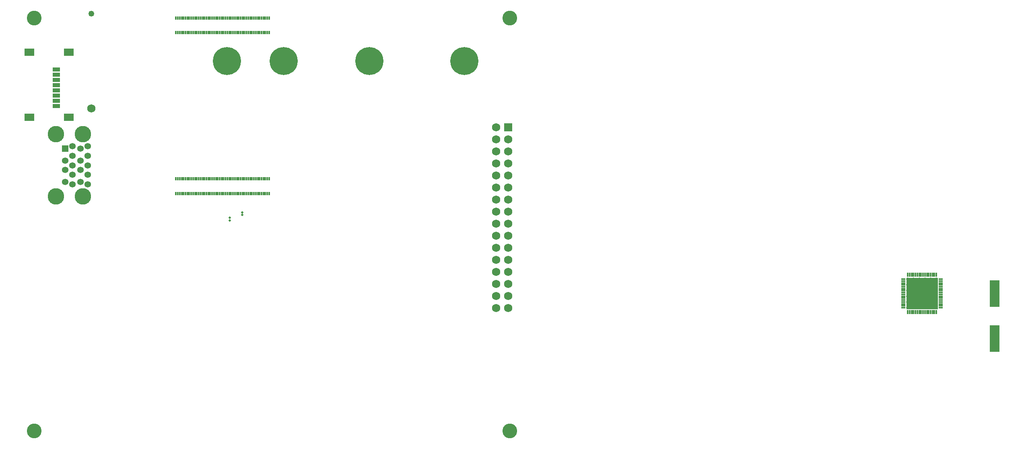
<source format=gts>
G04*
G04 #@! TF.GenerationSoftware,Altium Limited,Altium Designer,25.1.2 (22)*
G04*
G04 Layer_Color=8388736*
%FSLAX44Y44*%
%MOMM*%
G71*
G04*
G04 #@! TF.SameCoordinates,47DE64E8-2747-4DE2-8CAA-9D4F0D5BEAA4*
G04*
G04*
G04 #@! TF.FilePolarity,Negative*
G04*
G01*
G75*
%ADD22R,0.3000X0.8000*%
%ADD23R,2.1000X1.5500*%
%ADD24R,1.6000X0.9000*%
%ADD25R,6.6000X6.6000*%
G04:AMPARAMS|DCode=26|XSize=0.91mm|YSize=0.32mm|CornerRadius=0.0775mm|HoleSize=0mm|Usage=FLASHONLY|Rotation=0.000|XOffset=0mm|YOffset=0mm|HoleType=Round|Shape=RoundedRectangle|*
%AMROUNDEDRECTD26*
21,1,0.9100,0.1650,0,0,0.0*
21,1,0.7550,0.3200,0,0,0.0*
1,1,0.1550,0.3775,-0.0825*
1,1,0.1550,-0.3775,-0.0825*
1,1,0.1550,-0.3775,0.0825*
1,1,0.1550,0.3775,0.0825*
%
%ADD26ROUNDEDRECTD26*%
G04:AMPARAMS|DCode=27|XSize=0.32mm|YSize=0.91mm|CornerRadius=0.0775mm|HoleSize=0mm|Usage=FLASHONLY|Rotation=0.000|XOffset=0mm|YOffset=0mm|HoleType=Round|Shape=RoundedRectangle|*
%AMROUNDEDRECTD27*
21,1,0.3200,0.7550,0,0,0.0*
21,1,0.1650,0.9100,0,0,0.0*
1,1,0.1550,0.0825,-0.3775*
1,1,0.1550,-0.0825,-0.3775*
1,1,0.1550,-0.0825,0.3775*
1,1,0.1550,0.0825,0.3775*
%
%ADD27ROUNDEDRECTD27*%
%ADD28R,2.1000X5.6000*%
%ADD29C,3.4660*%
%ADD30C,1.3580*%
%ADD31C,1.7500*%
%ADD32C,1.2500*%
%ADD33C,5.9000*%
%ADD34C,0.6300*%
%ADD35R,1.7500X1.7500*%
%ADD36C,0.1000*%
%ADD37R,1.3580X1.3580*%
%ADD38C,3.1000*%
%ADD39C,0.5000*%
D22*
X352000Y890000D02*
D03*
X404000Y920800D02*
D03*
X416000D02*
D03*
X400000Y890000D02*
D03*
X416000D02*
D03*
X500000Y920800D02*
D03*
X440000D02*
D03*
X428000D02*
D03*
X480000D02*
D03*
X460000D02*
D03*
X520000D02*
D03*
X544000D02*
D03*
X532000D02*
D03*
X444000Y890000D02*
D03*
X428000D02*
D03*
X484000D02*
D03*
X464000D02*
D03*
X520000D02*
D03*
X504000D02*
D03*
X544000D02*
D03*
X532000D02*
D03*
X400000Y581600D02*
D03*
X412000D02*
D03*
X364000D02*
D03*
X352000D02*
D03*
X388000D02*
D03*
X376000D02*
D03*
X352000Y550800D02*
D03*
X376000D02*
D03*
X364000D02*
D03*
X388000D02*
D03*
X412000D02*
D03*
X400000D02*
D03*
X484000Y581600D02*
D03*
X496000D02*
D03*
X436000D02*
D03*
X424000D02*
D03*
X472000D02*
D03*
X532000D02*
D03*
X508000D02*
D03*
X520000Y550800D02*
D03*
Y581600D02*
D03*
X532000Y550800D02*
D03*
X472000D02*
D03*
X436000D02*
D03*
X424000D02*
D03*
X460000D02*
D03*
X448000D02*
D03*
X484000D02*
D03*
X508000D02*
D03*
X496000D02*
D03*
X536000D02*
D03*
X408000Y581600D02*
D03*
X404000D02*
D03*
X432000D02*
D03*
X428000D02*
D03*
X528000Y550800D02*
D03*
X524000D02*
D03*
X420000Y920800D02*
D03*
X416000Y581600D02*
D03*
X468000Y550800D02*
D03*
X488000D02*
D03*
X396000Y920800D02*
D03*
X424000D02*
D03*
X476000Y550800D02*
D03*
X392000Y920800D02*
D03*
X388000D02*
D03*
X384000D02*
D03*
X380000D02*
D03*
X376000D02*
D03*
X372000D02*
D03*
X408000D02*
D03*
X420000Y581600D02*
D03*
X544000Y550800D02*
D03*
X480000D02*
D03*
X504000D02*
D03*
X500000D02*
D03*
X540000D02*
D03*
X432000Y920800D02*
D03*
X512000Y550800D02*
D03*
X516000D02*
D03*
X412000Y920800D02*
D03*
X464000Y550800D02*
D03*
X492000D02*
D03*
X424000Y890000D02*
D03*
X348000Y550800D02*
D03*
Y581600D02*
D03*
X356000Y550800D02*
D03*
Y581600D02*
D03*
X360000Y550800D02*
D03*
Y581600D02*
D03*
X368000Y550800D02*
D03*
Y581600D02*
D03*
X372000Y550800D02*
D03*
Y581600D02*
D03*
X380000Y550800D02*
D03*
Y581600D02*
D03*
X384000Y550800D02*
D03*
Y581600D02*
D03*
X392000Y550800D02*
D03*
Y581600D02*
D03*
X396000Y550800D02*
D03*
Y581600D02*
D03*
X404000Y550800D02*
D03*
X408000D02*
D03*
X416000D02*
D03*
X420000D02*
D03*
X428000D02*
D03*
X432000D02*
D03*
X440000D02*
D03*
Y581600D02*
D03*
X444000Y550800D02*
D03*
Y581600D02*
D03*
X448000D02*
D03*
X452000Y550800D02*
D03*
Y581600D02*
D03*
X456000Y550800D02*
D03*
Y581600D02*
D03*
X460000D02*
D03*
X464000D02*
D03*
X468000D02*
D03*
X476000D02*
D03*
X480000D02*
D03*
X488000D02*
D03*
X492000D02*
D03*
X500000D02*
D03*
X504000D02*
D03*
X512000D02*
D03*
X516000D02*
D03*
X524000D02*
D03*
X528000D02*
D03*
X536000D02*
D03*
X540000D02*
D03*
X544000D02*
D03*
X348000Y890000D02*
D03*
Y920800D02*
D03*
X352000D02*
D03*
X356000Y890000D02*
D03*
Y920800D02*
D03*
X360000Y890000D02*
D03*
Y920800D02*
D03*
X364000Y890000D02*
D03*
Y920800D02*
D03*
X368000Y890000D02*
D03*
Y920800D02*
D03*
X372000Y890000D02*
D03*
X376000D02*
D03*
X380000D02*
D03*
X384000D02*
D03*
X388000D02*
D03*
X392000D02*
D03*
X396000D02*
D03*
X400000Y920800D02*
D03*
X404000Y890000D02*
D03*
X408000D02*
D03*
X412000D02*
D03*
X420000D02*
D03*
X432000D02*
D03*
X436000D02*
D03*
Y920800D02*
D03*
X440000Y890000D02*
D03*
X444000Y920800D02*
D03*
X448000Y890000D02*
D03*
Y920800D02*
D03*
X452000Y890000D02*
D03*
Y920800D02*
D03*
X456000Y890000D02*
D03*
Y920800D02*
D03*
X460000Y890000D02*
D03*
X464000Y920800D02*
D03*
X468000Y890000D02*
D03*
Y920800D02*
D03*
X472000Y890000D02*
D03*
Y920800D02*
D03*
X476000Y890000D02*
D03*
Y920800D02*
D03*
X480000Y890000D02*
D03*
X484000Y920800D02*
D03*
X488000Y890000D02*
D03*
Y920800D02*
D03*
X492000Y890000D02*
D03*
Y920800D02*
D03*
X496000Y890000D02*
D03*
Y920800D02*
D03*
X500000Y890000D02*
D03*
X504000Y920800D02*
D03*
X508000Y890000D02*
D03*
Y920800D02*
D03*
X512000Y890000D02*
D03*
Y920800D02*
D03*
X516000Y890000D02*
D03*
Y920800D02*
D03*
X524000Y890000D02*
D03*
Y920800D02*
D03*
X528000Y890000D02*
D03*
Y920800D02*
D03*
X536000Y890000D02*
D03*
Y920800D02*
D03*
X540000Y890000D02*
D03*
Y920800D02*
D03*
D23*
X39500Y848750D02*
D03*
X122500D02*
D03*
X39500Y711250D02*
D03*
X122500D02*
D03*
D24*
X96500Y757000D02*
D03*
Y779000D02*
D03*
Y812000D02*
D03*
Y768000D02*
D03*
Y746000D02*
D03*
Y735000D02*
D03*
Y790000D02*
D03*
Y801000D02*
D03*
D25*
X1918000Y340000D02*
D03*
D26*
X1957500Y370000D02*
D03*
Y366000D02*
D03*
Y362000D02*
D03*
Y358000D02*
D03*
Y354000D02*
D03*
Y350000D02*
D03*
Y346000D02*
D03*
Y342000D02*
D03*
Y338000D02*
D03*
Y334000D02*
D03*
Y330000D02*
D03*
Y326000D02*
D03*
Y322000D02*
D03*
Y318000D02*
D03*
Y314000D02*
D03*
Y310000D02*
D03*
X1878500D02*
D03*
Y314000D02*
D03*
Y318000D02*
D03*
Y322000D02*
D03*
Y326000D02*
D03*
Y330000D02*
D03*
Y334000D02*
D03*
Y338000D02*
D03*
Y342000D02*
D03*
Y346000D02*
D03*
Y350000D02*
D03*
Y354000D02*
D03*
Y358000D02*
D03*
Y362000D02*
D03*
Y366000D02*
D03*
Y370000D02*
D03*
D27*
X1888000Y379500D02*
D03*
X1892000D02*
D03*
X1896000D02*
D03*
X1900000D02*
D03*
X1904000D02*
D03*
X1908000D02*
D03*
X1912000D02*
D03*
X1916000D02*
D03*
X1920000D02*
D03*
X1924000D02*
D03*
X1928000D02*
D03*
X1932000D02*
D03*
X1936000D02*
D03*
X1940000D02*
D03*
X1944000D02*
D03*
X1948000D02*
D03*
Y300500D02*
D03*
X1944000D02*
D03*
X1940000D02*
D03*
X1936000D02*
D03*
X1932000D02*
D03*
X1928000D02*
D03*
X1924000D02*
D03*
X1920000D02*
D03*
X1916000D02*
D03*
X1912000D02*
D03*
X1908000D02*
D03*
X1904000D02*
D03*
X1900000D02*
D03*
X1896000D02*
D03*
X1892000D02*
D03*
X1888000D02*
D03*
D28*
X2071000Y244500D02*
D03*
Y339500D02*
D03*
D29*
X151800Y675700D02*
D03*
X95000D02*
D03*
X151800Y544300D02*
D03*
X95000D02*
D03*
D30*
X130000Y610000D02*
D03*
X147000Y575000D02*
D03*
X115000D02*
D03*
X162000Y610000D02*
D03*
X115000Y600000D02*
D03*
X130000Y570000D02*
D03*
X115000Y620000D02*
D03*
X162000Y650000D02*
D03*
Y630000D02*
D03*
Y590000D02*
D03*
Y570000D02*
D03*
X147000Y620000D02*
D03*
X130000Y630000D02*
D03*
Y590000D02*
D03*
X147000Y600000D02*
D03*
X130000Y650000D02*
D03*
X147000Y645000D02*
D03*
D31*
X170000Y730000D02*
D03*
X1047000Y665100D02*
D03*
Y639700D02*
D03*
Y614300D02*
D03*
Y588900D02*
D03*
Y563500D02*
D03*
Y411100D02*
D03*
Y436500D02*
D03*
Y461900D02*
D03*
Y487300D02*
D03*
Y512700D02*
D03*
Y538100D02*
D03*
X1021600Y334900D02*
D03*
X1047000D02*
D03*
X1021600Y385700D02*
D03*
X1047000D02*
D03*
X1021600Y436500D02*
D03*
Y487300D02*
D03*
Y538100D02*
D03*
Y588900D02*
D03*
Y639700D02*
D03*
Y690500D02*
D03*
Y309500D02*
D03*
Y360300D02*
D03*
Y411100D02*
D03*
Y461900D02*
D03*
Y512700D02*
D03*
Y563500D02*
D03*
Y614300D02*
D03*
Y665100D02*
D03*
X1047000Y309500D02*
D03*
Y360300D02*
D03*
D32*
X170000Y930000D02*
D03*
D33*
X955000Y830000D02*
D03*
X755000D02*
D03*
X575000D02*
D03*
X455000D02*
D03*
D34*
X1948000Y310000D02*
D03*
X1936000D02*
D03*
X1924000D02*
D03*
X1912000D02*
D03*
X1900000D02*
D03*
X1888000D02*
D03*
X1948000Y322000D02*
D03*
X1936000D02*
D03*
X1924000D02*
D03*
X1912000D02*
D03*
X1900000D02*
D03*
X1888000D02*
D03*
X1948000Y334000D02*
D03*
X1936000D02*
D03*
X1924000D02*
D03*
X1912000D02*
D03*
X1900000D02*
D03*
X1888000D02*
D03*
X1948000Y346000D02*
D03*
X1936000D02*
D03*
X1924000D02*
D03*
X1912000D02*
D03*
X1900000D02*
D03*
X1888000D02*
D03*
X1948000Y358000D02*
D03*
X1936000D02*
D03*
X1924000D02*
D03*
X1912000D02*
D03*
X1900000D02*
D03*
X1888000D02*
D03*
X1948000Y370000D02*
D03*
X1936000D02*
D03*
X1924000D02*
D03*
X1912000D02*
D03*
X1900000D02*
D03*
X1888000D02*
D03*
D35*
X1047000Y690500D02*
D03*
D36*
X1072400Y741300D02*
D03*
Y258700D02*
D03*
D37*
X115000Y645000D02*
D03*
D38*
X1050000Y50000D02*
D03*
Y920000D02*
D03*
X50000D02*
D03*
Y50000D02*
D03*
D39*
X461000Y493750D02*
D03*
Y499250D02*
D03*
X487027Y505211D02*
D03*
X487000Y510750D02*
D03*
M02*

</source>
